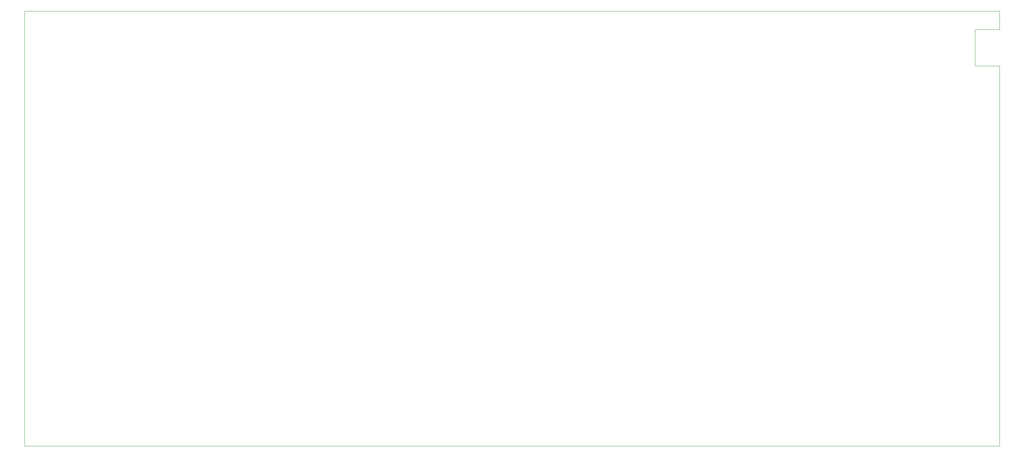
<source format=gbr>
%TF.GenerationSoftware,KiCad,Pcbnew,9.0.0*%
%TF.CreationDate,2025-05-29T20:25:46-04:00*%
%TF.ProjectId,distrabution_controler,64697374-7261-4627-9574-696f6e5f636f,rev?*%
%TF.SameCoordinates,Original*%
%TF.FileFunction,Profile,NP*%
%FSLAX46Y46*%
G04 Gerber Fmt 4.6, Leading zero omitted, Abs format (unit mm)*
G04 Created by KiCad (PCBNEW 9.0.0) date 2025-05-29 20:25:46*
%MOMM*%
%LPD*%
G01*
G04 APERTURE LIST*
%TA.AperFunction,Profile*%
%ADD10C,0.100000*%
%TD*%
%TA.AperFunction,Profile*%
%ADD11C,0.050000*%
%TD*%
G04 APERTURE END LIST*
D10*
X20000000Y-165000000D02*
X220000000Y-165000000D01*
D11*
X220000000Y-55000000D02*
X266000000Y-55000000D01*
X266000000Y-70940000D02*
X266000000Y-165000000D01*
X220000000Y-165000000D02*
X266000000Y-165000000D01*
X266000000Y-55000000D02*
X265997799Y-57702573D01*
D10*
X20000000Y-55000000D02*
X220000000Y-55000000D01*
X20000000Y-55000000D02*
X20000000Y-165000000D01*
D11*
%TO.C,J2*%
X259800000Y-68940000D02*
X259800000Y-59700000D01*
X259800000Y-68940000D02*
X266000000Y-68940000D01*
X259800000Y-59700000D02*
X265997799Y-59702573D01*
X265997799Y-59702573D02*
X265997799Y-57702573D01*
X266000000Y-68940000D02*
X266000000Y-70940000D01*
%TD*%
M02*

</source>
